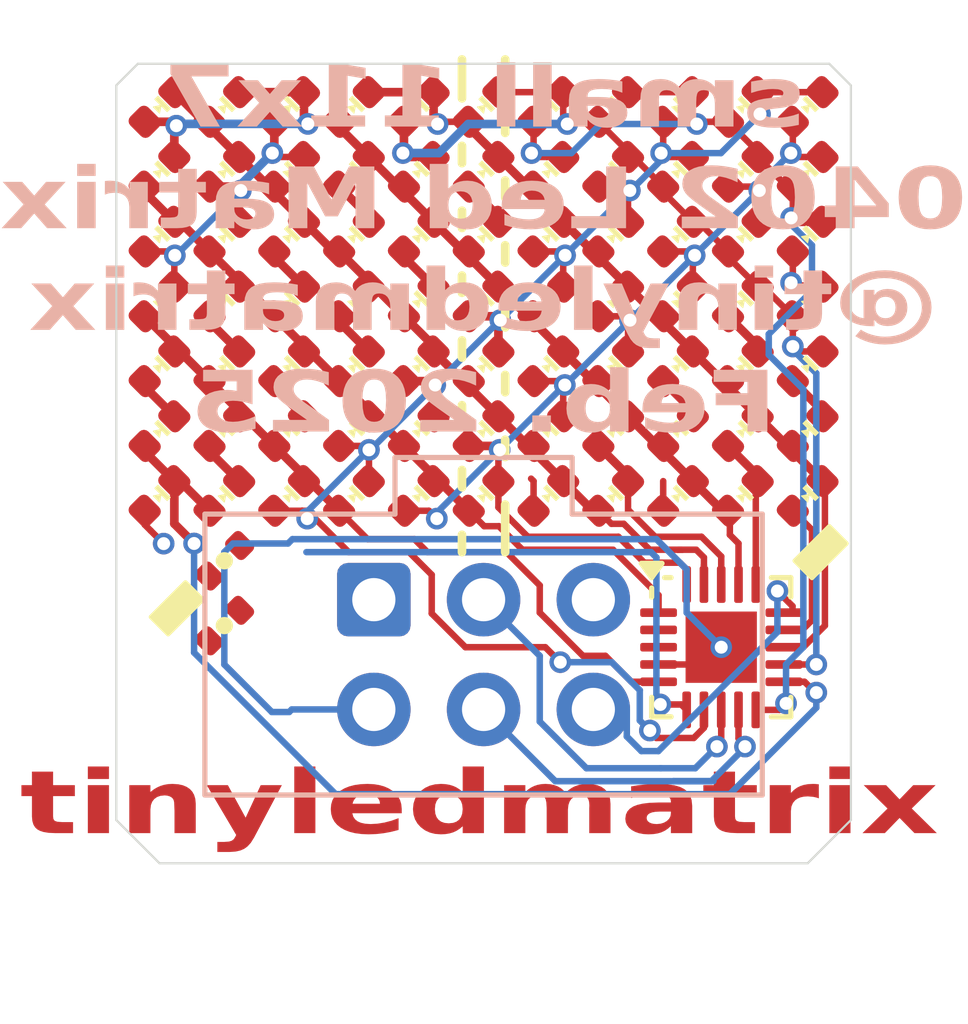
<source format=kicad_pcb>
(kicad_pcb (version 20240108) (generator "pcbnew") (generator_version "8.0")
  (layers (0 "F.Cu" signal) (31 "B.Cu" signal) (34 "B.Paste" user) (35 "F.Paste" user) (36 "B.SilkS" user "B.Silkscreen") (37 "F.SilkS" user "F.Silkscreen") (38 "B.Mask" user) (39 "F.Mask" user) (44 "Edge.Cuts" user))
  (net 0 "")
  (net 1 "GND")
  (net 2 "+3.3V")
  (net 3 "/LED-Matrix/2")
  (net 4 "/LED-Matrix/1")
  (net 5 "/LED-Matrix/3")
  (net 6 "/LED-Matrix/4")
  (net 7 "/LED-Matrix/5")
  (net 8 "/LED-Matrix/6")
  (net 9 "/LED-Matrix/7")
  (net 10 "/LED-Matrix/8")
  (net 11 "/LED-Matrix/A")
  (net 12 "/LED-Matrix/C")
  (net 13 "/LED-Matrix/E")
  (net 14 "/LED-Matrix/F")
  (net 15 "/IO1")
  (net 16 "/SCL")
  (net 17 "/IO0")
  (net 18 "/SDA")
  (net 19 "/MCU/A2")
  (net 20 "/MCU/A1")
  (net 21 "/LED-Matrix/D")
  (footprint "dipolMods:LED_0402_1005Metric_min" (layer "F.Cu") (at 76.5 119.5 -135)
    (property "Reference" "D59" (hide yes))
    (property "Value" "LED")
  )
  (footprint "dipolMods:LED_0402_1005Metric_min" (layer "F.Cu") (at 75 119.5 -135)
    (property "Reference" "D45" (hide yes))
    (property "Value" "LED")
  )
  (footprint "dipolMods:LED_0402_1005Metric_min" (layer "F.Cu") (at 76.5 122.5 -135)
    (property "Reference" "D61" (hide yes))
    (property "Value" "LED")
  )
  (footprint "dipolMods:LED_0402_1005Metric_min" (layer "F.Cu") (at 84 119.5 -135)
    (property "Reference" "D129" (hide yes))
    (property "Value" "LED")
  )
  (footprint "dipolMods:LED_0402_1005Metric_min" (layer "F.Cu") (at 72 116.5 -135)
    (property "Reference" "D15" (hide yes))
    (property "Value" "LED")
  )
  (footprint "dipolMods:LED_0402_1005Metric_min" (layer "F.Cu") (at 73.5 122.5 -135)
    (property "Reference" "D33" (hide yes))
    (property "Value" "LED")
  )
  (footprint "dipolMods:LED_0402_1005Metric_min" (layer "F.Cu") (at 81 122.5 -135)
    (property "Reference" "D103" (hide yes))
    (property "Value" "LED")
  )
  (footprint "dipolMods:LED_0402_1005Metric_min" (layer "F.Cu") (at 81 116.5 -135)
    (property "Reference" "D99" (hide yes))
    (property "Value" "LED")
  )
  (footprint "dipolMods:LED_0402_1005Metric_min" (layer "F.Cu") (at 75 124 -135)
    (property "Reference" "D48" (hide yes))
    (property "Value" "LED")
  )
  (footprint "dipolMods:LED_0402_1005Metric_min" (layer "F.Cu") (at 79.5 125.5 -135)
    (property "Reference" "D91" (hide yes))
    (property "Value" "LED")
  )
  (footprint "dipolMods:LED_0402_1005Metric_min" (layer "F.Cu") (at 72 125.5 -135)
    (property "Reference" "D21" (hide yes))
    (property "Value" "LED")
  )
  (footprint "dipolMods:LED_0402_1005Metric_min" (layer "F.Cu") (at 81 121 -135)
    (property "Reference" "D102" (hide yes))
    (property "Value" "LED")
  )
  (footprint "dipolMods:LED_0402_1005Metric_min" (layer "F.Cu") (at 82.5 116.5 -135)
    (property "Reference" "D113" (hide yes))
    (property "Value" "LED")
  )
  (footprint "dipolMods:LED_0402_1005Metric_min" (layer "F.Cu") (at 70.5 119.5 -135)
    (property "Reference" "D3" (hide yes))
    (property "Value" "LED")
  )
  (footprint "dipolMods:LED_0402_1005Metric_min" (layer "F.Cu") (at 72 124 -135)
    (property "Reference" "D20" (hide yes))
    (property "Value" "LED")
  )
  (footprint "dipolMods:LED_0402_1005Metric_min" (layer "F.Cu") (at 85.5 122.5 -135)
    (property "Reference" "D145" (hide yes))
    (property "Value" "LED")
  )
  (footprint "dipolMods:LED_0402_1005Metric_min" (layer "F.Cu") (at 75 118 -135)
    (property "Reference" "D44" (hide yes))
    (property "Value" "LED")
  )
  (footprint "dipolMods:LED_0402_1005Metric_min" (layer "F.Cu") (at 81 118 -135)
    (property "Reference" "D100" (hide yes))
    (property "Value" "LED")
  )
  (footprint "dipolMods:LED_0402_1005Metric_min" (layer "F.Cu") (at 73.5 116.5 -135)
    (property "Reference" "D29" (hide yes))
    (property "Value" "LED")
  )
  (footprint "dipolMods:LED_0402_1005Metric_min" (layer "F.Cu") (at 85.5 116.5 -135)
    (property "Reference" "D141" (hide yes))
    (property "Value" "LED")
  )
  (footprint "dipolMods:LED_0402_1005Metric_min" (layer "F.Cu") (at 78 125.5 -135)
    (property "Reference" "D77" (hide yes))
    (property "Value" "LED")
  )
  (footprint "dipolMods:LED_0402_1005Metric_min" (layer "F.Cu") (at 76.5 125.5 -135)
    (property "Reference" "D63" (hide yes))
    (property "Value" "LED")
  )
  (footprint "dipolMods:LED_0402_1005Metric_min" (layer "F.Cu") (at 79.5 119.5 -135)
    (property "Reference" "D87" (hide yes))
    (property "Value" "LED")
  )
  (footprint "dipolMods:LED_0402_1005Metric_min" (layer "F.Cu") (at 75 121 -135)
    (property "Reference" "D46" (hide yes))
    (property "Value" "LED")
  )
  (footprint "dipolMods:LED_0402_1005Metric_min" (layer "F.Cu") (at 81 124 -135)
    (property "Reference" "D104" (hide yes))
    (property "Value" "LED")
  )
  (footprint "dipolMods:LED_0402_1005Metric_min" (layer "F.Cu") (at 78 124 -135)
    (property "Reference" "D76" (hide yes))
    (property "Value" "LED")
  )
  (footprint "dipolMods:LED_0402_1005Metric_min" (layer "F.Cu") (at 78 118 -135)
    (property "Reference" "D72" (hide yes))
    (property "Value" "LED")
  )
  (footprint "dipolMods:LED_0402_1005Metric_min" (layer "F.Cu") (at 73.5 124 -135)
    (property "Reference" "D34" (hide yes))
    (property "Value" "LED")
  )
  (footprint "dipolMods:LED_0402_1005Metric_min" (layer "F.Cu") (at 79.5 122.5 -135)
    (property "Reference" "D89" (hide yes))
    (property "Value" "LED")
  )
  (footprint "dipolMods:LED_0402_1005Metric_min" (layer "F.Cu") (at 72 122.5 -135)
    (property "Reference" "D19" (hide yes))
    (property "Value" "LED")
  )
  (footprint "dipolMods:LED_0402_1005Metric_min" (layer "F.Cu") (at 85.5 124 -135)
    (property "Reference" "D146" (hide yes))
    (property "Value" "LED")
  )
  (footprint "dipolMods:LED_0402_1005Metric_min" (layer "F.Cu") (at 70.5 121 -135)
    (property "Reference" "D4" (hide yes))
    (property "Value" "LED")
  )
  (footprint "dipolMods:LED_0402_1005Metric_min" (layer "F.Cu") (at 75 116.5 -135)
    (property "Reference" "D43" (hide yes))
    (property "Value" "LED")
  )
  (footprint "dipolMods:LED_0402_1005Metric_min" (layer "F.Cu") (at 84 124 -135)
    (property "Reference" "D132" (hide yes))
    (property "Value" "LED")
  )
  (footprint "dipolMods:LED_0402_1005Metric_min" (layer "F.Cu") (at 70.5 124 -135)
    (property "Reference" "D6" (hide yes))
    (property "Value" "LED")
  )
  (footprint "dipolMods:LED_0402_1005Metric_min" (layer "F.Cu") (at 84 125.5 -135)
    (property "Reference" "D133" (hide yes))
    (property "Value" "LED")
  )
  (footprint "dipolMods:LED_0402_1005Metric_min" (layer "F.Cu") (at 75 125.5 -135)
    (property "Reference" "D49" (hide yes))
    (property "Value" "LED")
  )
  (footprint "dipolMods:LED_0402_1005Metric_min" (layer "F.Cu") (at 76.5 124 -135)
    (property "Reference" "D62" (hide yes))
    (property "Value" "LED")
  )
  (footprint "dipolMods:LED_0402_1005Metric_min" (layer "F.Cu") (at 73.5 118 -135)
    (property "Reference" "D30" (hide yes))
    (property "Value" "LED")
  )
  (footprint "dipolMods:LED_0402_1005Metric_min" (layer "F.Cu") (at 70.5 125.5 -135)
    (property "Reference" "D7" (hide yes))
    (property "Value" "LED")
  )
  (footprint "dipolMods:LED_0402_1005Metric_min" (layer "F.Cu") (at 72 118 -135)
    (property "Reference" "D16" (hide yes))
    (property "Value" "LED")
  )
  (footprint "dipolMods:LED_0402_1005Metric_min" (layer "F.Cu") (at 79.5 121 -135)
    (property "Reference" "D88" (hide yes))
    (property "Value" "LED")
  )
  (footprint "dipolMods:LED_0402_1005Metric_min" (layer "F.Cu") (at 85.5 121 -135)
    (property "Reference" "D144" (hide yes))
    (property "Value" "LED")
  )
  (footprint "dipolMods:C_0402_min" (layer "F.Cu") (at 72 128.5 -135)
    (property "Reference" "C1")
    (property "Value" "C")
  )
  (footprint "dipolMods:LED_0402_1005Metric_min" (layer "F.Cu") (at 70.5 116.5 -135)
    (property "Reference" "D1" (hide yes))
    (property "Value" "LED")
  )
  (footprint "dipolMods:LED_0402_1005Metric_min" (layer "F.Cu") (at 82.5 124 -135)
    (property "Reference" "D118" (hide yes))
    (property "Value" "LED")
  )
  (footprint "dipolMods:LED_0402_1005Metric_min" (layer "F.Cu") (at 75 122.5 -135)
    (property "Reference" "D47" (hide yes))
    (property "Value" "LED")
  )
  (footprint "dipolMods:LED_0402_1005Metric_min" (layer "F.Cu") (at 82.5 121 -135)
    (property "Reference" "D116" (hide yes))
    (property "Value" "LED")
  )
  (footprint "dipolMods:LED_0402_1005Metric_min" (layer "F.Cu") (at 72 119.5 -135)
    (property "Reference" "D17" (hide yes))
    (property "Value" "LED")
  )
  (footprint "dipolMods:LED_0402_1005Metric_min" (layer "F.Cu") (at 84 121 -135)
    (property "Reference" "D130" (hide yes))
    (property "Value" "LED")
  )
  (footprint "dipolMods:LED_0402_1005Metric_min" (layer "F.Cu") (at 82.5 122.5 -135)
    (property "Reference" "D117" (hide yes))
    (property "Value" "LED")
  )
  (footprint "dipolMods:LED_0402_1005Metric_min" (layer "F.Cu") (at 82.5 119.5 -135)
    (property "Reference" "D115" (hide yes))
    (property "Value" "LED")
  )
  (footprint "dipolMods:LED_0402_1005Metric_min" (layer "F.Cu") (at 72 121 -135)
    (property "Reference" "D18" (hide yes))
    (property "Value" "LED")
  )
  (footprint "dipolMods:LED_0402_1005Metric_min" (layer "F.Cu") (at 73.5 121 -135)
    (property "Reference" "D32" (hide yes))
    (property "Value" "LED")
  )
  (footprint "dipolMods:LED_0402_1005Metric_min" (layer "F.Cu") (at 81 119.5 -135)
    (property "Reference" "D101" (hide yes))
    (property "Value" "LED")
  )
  (footprint "dipolMods:LED_0402_1005Metric_min" (layer "F.Cu") (at 82.5 125.5 -135)
    (property "Reference" "D119" (hide yes))
    (property "Value" "LED")
  )
  (footprint "dipolMods:LED_0402_1005Metric_min" (layer "F.Cu") (at 79.5 118 -135)
    (property "Reference" "D86" (hide yes))
    (property "Value" "LED")
  )
  (footprint "dipolMods:LED_0402_1005Metric_min" (layer "F.Cu") (at 79.5 124 -135)
    (property "Reference" "D90" (hide yes))
    (property "Value" "LED")
  )
  (footprint "dipolMods:LED_0402_1005Metric_min" (layer "F.Cu") (at 85.5 119.5 -135)
    (property "Reference" "D143" (hide yes))
    (property "Value" "LED")
  )
  (footprint "dipolMods:LED_0402_1005Metric_min" (layer "F.Cu") (at 78 122.5 -135)
    (property "Reference" "D75" (hide yes))
    (property "Value" "LED")
  )
  (footprint "dipolMods:LED_0402_1005Metric_min" (layer "F.Cu") (at 76.5 116.5 -135)
    (property "Reference" "D57" (hide yes))
    (property "Value" "LED")
  )
  (footprint "Package_DFN_QFN:QFN-20-1EP_3x3mm_P0.4mm_EP1.65x1.65mm" (layer "F.Cu") (at 83.5 129)
    (property "Reference" "U1" (hide yes))
    (property "Value" "CH32V003FxUx")
  )
  (footprint "dipolMods:LED_0402_1005Metric_min" (layer "F.Cu") (at 73.5 119.5 -135)
    (property "Reference" "D31" (hide yes))
    (property "Value" "LED")
  )
  (footprint "dipolMods:LED_0402_1005Metric_min" (layer "F.Cu") (at 76.5 118 -135)
    (property "Reference" "D58" (hide yes))
    (property "Value" "LED")
  )
  (footprint "dipolMods:LED_0402_1005Metric_min" (layer "F.Cu") (at 70.5 122.5 -135)
    (property "Reference" "D5" (hide yes))
    (property "Value" "LED")
  )
  (footprint "dipolMods:LED_0402_1005Metric_min" (layer "F.Cu") (at 82.5 118 -135)
    (property "Reference" "D114" (hide yes))
    (property "Value" "LED")
  )
  (footprint "dipolMods:LED_0402_1005Metric_min" (layer "F.Cu") (at 78 116.5 -135)
    (property "Reference" "D71" (hide yes))
    (property "Value" "LED")
  )
  (footprint "dipolMods:LED_0402_1005Metric_min" (layer "F.Cu") (at 76.5 121 -135)
    (property "Reference" "D60" (hide yes))
    (property "Value" "LED")
  )
  (footprint "dipolMods:LED_0402_1005Metric_min" (layer "F.Cu") (at 84 118 -135)
    (property "Reference" "D128" (hide yes))
    (property "Value" "LED")
  )
  (footprint "dipolMods:LED_0402_1005Metric_min" (layer "F.Cu") (at 78 119.5 -135)
    (property "Reference" "D73" (hide yes))
    (property "Value" "LED")
  )
  (footprint "dipolMods:LED_0402_1005Metric_min" (layer "F.Cu") (at 81 125.5 -135)
    (property "Reference" "D105" (hide yes))
    (property "Value" "LED")
  )
  (footprint "dipolMods:C_0402_min" (layer "F.Cu") (at 72 127 -135)
    (property "Reference" "C2")
    (property "Value" "C")
  )
  (footprint "dipolMods:LED_0402_1005Metric_min" (layer "F.Cu") (at 85.5 125.5 -135)
    (property "Reference" "D147" (hide yes))
    (property "Value" "LED")
  )
  (footprint "dipolMods:LED_0402_1005Metric_min" (layer "F.Cu") (at 79.5 116.5 -135)
    (property "Reference" "D85" (hide yes))
    (property "Value" "LED")
  )
  (footprint "dipolMods:LED_0402_1005Metric_min" (layer "F.Cu") (at 84 116.5 -135)
    (property "Reference" "D127" (hide yes))
    (property "Value" "LED")
  )
  (footprint "dipolMods:LED_0402_1005Metric_min" (layer "F.Cu") (at 70.5 118 -135)
    (property "Reference" "D2" (hide yes))
    (property "Value" "LED")
  )
  (footprint "dipolMods:LED_0402_1005Metric_min" (layer "F.Cu") (at 73.5 125.5 -135)
    (property "Reference" "D35" (hide yes))
    (property "Value" "LED")
  )
  (footprint "dipolMods:LED_0402_1005Metric_min" (layer "F.Cu") (at 78 121 -135)
    (property "Reference" "D74" (hide yes))
    (property "Value" "LED")
  )
  (footprint "dipolMods:LED_0402_1005Metric_min" (layer "F.Cu") (at 84 122.5 -135)
    (property "Reference" "D131" (hide yes))
    (property "Value" "LED")
  )
  (footprint "dipolMods:LED_0402_1005Metric_min" (layer "F.Cu") (at 85.5 118 -135)
    (property "Reference" "D142" (hide yes))
    (property "Value" "LED")
  )
  (footprint "Connector_IDC:IDC-Header_2x03_P2.54mm_Vertical" (layer "B.Cu") (at 75.46 127.9 -90)
    (property "Reference" "J1" (hide yes))
    (property "Value" "Conn_02x03_Odd_Even")
  )
  (gr_line (start 78.5 126.8) (end 78.5 125.7) (stroke (width 0.2)) (layer "F.SilkS"))
  (gr_line (start 78.5 120.1) (end 78.5 119.7) (stroke (width 0.2)) (layer "F.SilkS"))
  (gr_line (start 78.5 121.6) (end 78.5 121.2) (stroke (width 0.2)) (layer "F.SilkS"))
  (gr_line (start 77.5 116.3) (end 77.5 115.4) (stroke (width 0.2)) (layer "F.SilkS"))
  (gr_line (start 78.5 118.6) (end 78.5 118.2) (stroke (width 0.2)) (layer "F.SilkS"))
  (gr_line (start 77.5 122.3) (end 77.5 121.9) (stroke (width 0.2)) (layer "F.SilkS"))
  (gr_line (start 78.5 115.6) (end 78.5 115.4) (stroke (width 0.2)) (layer "F.SilkS"))
  (gr_line (start 77.5 117.8) (end 77.5 117.4) (stroke (width 0.2)) (layer "F.SilkS"))
  (gr_line (start 77.5 123.8) (end 77.5 123.4) (stroke (width 0.2)) (layer "F.SilkS"))
  (gr_line (start 77.5 126.8) (end 77.5 126.4) (stroke (width 0.2)) (layer "F.SilkS"))
  (gr_line (start 78.5 123.1) (end 78.5 122.7) (stroke (width 0.2)) (layer "F.SilkS"))
  (gr_line (start 78.5 124.6) (end 78.5 124.2) (stroke (width 0.2)) (layer "F.SilkS"))
  (gr_poly (pts (xy 86 126.2) (xy 85.2 127) (xy 85.6 127.4) (xy 86.4 126.6)) (stroke (width 0.1)) (fill solid) (layer "F.SilkS"))
  (gr_line (start 78.5 117.1) (end 78.5 116.7) (stroke (width 0.2)) (layer "F.SilkS"))
  (gr_line (start 77.5 119.3) (end 77.5 118.9) (stroke (width 0.2)) (layer "F.SilkS"))
  (gr_line (start 77.5 120.8) (end 77.5 120.4) (stroke (width 0.2)) (layer "F.SilkS"))
  (gr_line (start 77.5 125.3) (end 77.5 124.9) (stroke (width 0.2)) (layer "F.SilkS"))
  (gr_poly (pts (xy 71.1 127.5) (xy 70.3 128.3) (xy 70.7 128.7) (xy 71.5 127.9)) (stroke (width 0.1)) (fill solid) (layer "F.SilkS"))
  (gr_line (start 70.5 134) (end 85.5 134) (stroke (width 0.05)) (layer "Edge.Cuts"))
  (gr_line (start 69.5 116) (end 69.5 133) (stroke (width 0.05)) (layer "Edge.Cuts"))
  (gr_line (start 85.5 134) (end 86.5 133) (stroke (width 0.05)) (layer "Edge.Cuts"))
  (gr_line (start 70.5 134) (end 69.5 133) (stroke (width 0.05)) (layer "Edge.Cuts"))
  (gr_line (start 86 115.5) (end 86.5 116) (stroke (width 0.05)) (layer "Edge.Cuts"))
  (gr_line (start 70 115.5) (end 69.5 116) (stroke (width 0.05)) (layer "Edge.Cuts"))
  (gr_line (start 86 115.5) (end 70 115.5) (stroke (width 0.05)) (layer "Edge.Cuts"))
  (gr_line (start 86.5 133) (end 86.5 116) (stroke (width 0.05)) (layer "Edge.Cuts"))
  (gr_text "tinyledmatrix" (at 77.9 132.7 0) (layer "F.Cu") (effects (font (size 1.45 2) (thickness 0.29) (bold yes))))
  (gr_text "small 11x7\n0402 Led Matrix\n@tinyledmatrix\nFeb. 2025" (at 78 119.9 0) (layer "B.SilkS") (effects (font (size 1.4 1.75) (thickness 0.25) (bold yes)) (justify mirror)))
  (segment (start 83.3 129.4) (end 83.7 129) (width 0.15) (layer "F.Cu") (net 1))
  (segment (start 82.25 129.4) (end 83.3 129.4) (width 0.15) (layer "F.Cu") (net 1))
  (segment (start 83.3 128.6) (end 83.7 129) (width 0.15) (layer "F.Cu") (net 1))
  (via (at 83.5 129) (size 0.5) (drill 0.3) (layers "F.Cu" "B.Cu") (net 1))
  (segment (start 72 126.8) (end 72 129.4) (width 0.15) (layer "B.Cu") (net 1))
  (segment (start 73.575736 126.5) (end 73.475736 126.6) (width 0.15) (layer "B.Cu") (net 1))
  (segment (start 73.475736 126.6) (end 72.2 126.6) (width 0.15) (layer "B.Cu") (net 1))
  (segment (start 72 129.4) (end 73.1 130.5) (width 0.15) (layer "B.Cu") (net 1))
  (segment (start 73.56 130.44) (end 75.46 130.44) (width 0.15) (layer "B.Cu") (net 1))
  (segment (start 82.7 128.2) (end 82.7 127.2) (width 0.15) (layer "B.Cu") (net 1))
  (segment (start 82.7 127.2) (end 82 126.5) (width 0.15) (layer "B.Cu") (net 1))
  (segment (start 73.1 130.5) (end 73.5 130.5) (width 0.15) (layer "B.Cu") (net 1))
  (segment (start 83.5 129) (end 82.7 128.2) (width 0.15) (layer "B.Cu") (net 1))
  (segment (start 72.2 126.6) (end 72 126.8) (width 0.15) (layer "B.Cu") (net 1))
  (segment (start 73.5 130.5) (end 73.56 130.44) (width 0.15) (layer "B.Cu") (net 1))
  (segment (start 82 126.5) (end 73.575736 126.5) (width 0.15) (layer "B.Cu") (net 1))
  (segment (start 82.575 130.325) (end 82.7 130.45) (width 0.15) (layer "F.Cu") (net 2))
  (segment (start 71.746447 127.253553) (end 71.792894 127.3) (width 0.15) (layer "F.Cu") (net 2))
  (segment (start 82.09 130.325) (end 82.575 130.325) (width 0.15) (layer "F.Cu") (net 2))
  (segment (start 74.96 127.4) (end 75.46 127.9) (width 0.15) (layer "F.Cu") (net 2))
  (via (at 82.09 130.325) (size 0.5) (drill 0.3) (layers "F.Cu" "B.Cu") (net 2))
  (segment (start 82.09 130.325) (end 82 130.235) (width 0.15) (layer "B.Cu") (net 2))
  (segment (start 82 130.235) (end 82 126.924264) (width 0.15) (layer "B.Cu") (net 2))
  (segment (start 81.875736 126.8) (end 73.9 126.8) (width 0.15) (layer "B.Cu") (net 2))
  (segment (start 82 126.924264) (end 81.875736 126.8) (width 0.15) (layer "B.Cu") (net 2))
  (segment (start 76.157053 118.342947) (end 76.028841 118.342947) (width 0.2) (layer "F.Cu") (net 3))
  (segment (start 76.157053 118.471159) (end 76.842947 119.157053) (width 0.2) (layer "F.Cu") (net 3))
  (segment (start 78.342947 120.657053) (end 83.528841 125.842947) (width 0.2) (layer "F.Cu") (net 3))
  (segment (start 73.842947 116.157053) (end 73.842947 116.802176) (width 0.2) (layer "F.Cu") (net 3))
  (segment (start 74.657053 116.971159) (end 74.657053 116.842947) (width 0.2) (layer "F.Cu") (net 3))
  (segment (start 70.157053 116.842947) (end 70.157053 116.971159) (width 0.2) (layer "F.Cu") (net 3))
  (segment (start 78.342947 120.657053) (end 76.842947 119.157053) (width 0.2) (layer "F.Cu") (net 3))
  (segment (start 83.528841 125.842947) (end 83.657053 125.842947) (width 0.2) (layer "F.Cu") (net 3))
  (segment (start 73.981294 116.842947) (end 73.932506 116.891735) (width 0.15) (layer "F.Cu") (net 3))
  (segment (start 83.7 125.885894) (end 83.657053 125.842947) (width 0.15) (layer "F.Cu") (net 3))
  (segment (start 75.342947 117.657053) (end 74.657053 116.971159) (width 0.2) (layer "F.Cu") (net 3))
  (segment (start 70.842947 116.979172) (end 70.889441 116.932678) (width 0.2) (layer "F.Cu") (net 3))
  (segment (start 70.842947 117.657053) (end 70.842947 116.979172) (width 0.2) (layer "F.Cu") (net 3))
  (segment (start 76.157053 118.342947) (end 76.157053 118.471159) (width 0.2) (layer "F.Cu") (net 3))
  (segment (start 70.79971 116.842947) (end 70.889441 116.932678) (width 0.2) (layer "F.Cu") (net 3))
  (segment (start 73.842947 116.802176) (end 73.932506 116.891735) (width 0.2) (layer "F.Cu") (net 3))
  (segment (start 76.028841 118.342947) (end 75.342947 117.657053) (width 0.2) (layer "F.Cu") (net 3))
  (segment (start 83.7 126.4) (end 83.7 125.885894) (width 0.15) (layer "F.Cu") (net 3))
  (segment (start 83.9 127.55) (end 83.9 126.6) (width 0.15) (layer "F.Cu") (net 3))
  (segment (start 70.157053 116.842947) (end 70.79971 116.842947) (width 0.2) (layer "F.Cu") (net 3))
  (segment (start 74.657053 116.842947) (end 73.981294 116.842947) (width 0.15) (layer "F.Cu") (net 3))
  (segment (start 83.9 126.6) (end 83.7 126.4) (width 0.15) (layer "F.Cu") (net 3))
  (segment (start 73.842947 116.157053) (end 72.342947 116.157053) (width 0.2) (layer "F.Cu") (net 3))
  (via (at 70.889441 116.932678) (size 0.5) (drill 0.3) (layers "F.Cu" "B.Cu") (net 3))
  (via (at 73.932506 116.891735) (size 0.5) (drill 0.3) (layers "F.Cu" "B.Cu") (net 3))
  (segment (start 70.889441 116.932678) (end 70.930384 116.891735) (width 0.2) (layer "B.Cu") (net 3))
  (segment (start 70.930384 116.891735) (end 73.932506 116.891735) (width 0.2) (layer "B.Cu") (net 3))
  (segment (start 83.1 126.924264) (end 83.1 127.55) (width 0.15) (layer "F.Cu") (net 4))
  (segment (start 82.5 126.744611) (end 82.6 126.744611) (width 0.15) (layer "F.Cu") (net 4))
  (segment (start 78.342947 123.657053) (end 76.842947 122.157053) (width 0.2) (layer "F.Cu") (net 4))
  (segment (start 78.342947 123.657053) (end 80.528841 125.842947) (width 0.2) (layer "F.Cu") (net 4))
  (segment (start 70.842947 116.157053) (end 74.528841 119.842947) (width 0.2) (layer "F.Cu") (net 4))
  (segment (start 80.528841 125.842947) (end 80.657053 125.842947) (width 0.2) (layer "F.Cu") (net 4))
  (segment (start 74.657053 119.842947) (end 76.842947 122.028841) (width 0.2) (layer "F.Cu") (net 4))
  (segment (start 83.1 127.55) (end 83.1 127.1) (width 0.15) (layer "F.Cu") (net 4))
  (segment (start 80.958717 126.144611) (end 80.657053 125.842947) (width 0.15) (layer "F.Cu") (net 4))
  (segment (start 82.5 126.744611) (end 82.920347 126.744611) (width 0.15) (layer "F.Cu") (net 4))
  (segment (start 81.244611 126.144611) (end 80.958717 126.144611) (width 0.15) (layer "F.Cu") (net 4))
  (segment (start 82.920347 126.744611) (end 83.1 126.924264) (width 0.15) (layer "F.Cu") (net 4))
  (segment (start 76.842947 122.028841) (end 76.842947 122.157053) (width 0.2) (layer "F.Cu") (net 4))
  (segment (start 81.844611 126.744611) (end 81.244611 126.144611) (width 0.15) (layer "F.Cu") (net 4))
  (segment (start 82.5 126.744611) (end 81.844611 126.744611) (width 0.15) (layer "F.Cu") (net 4))
  (segment (start 74.528841 119.842947) (end 74.657053 119.842947) (width 0.2) (layer "F.Cu") (net 4))
  (segment (start 82.05 127.798528) (end 82.05 128.2) (width 0.15) (layer "F.Cu") (net 5))
  (segment (start 80.996083 126.744611) (end 82.05 127.798528) (width 0.15) (layer "F.Cu") (net 5))
  (segment (start 76.971159 125.157053) (end 77.657053 125.842947) (width 0.2) (layer "F.Cu") (net 5))
  (segment (start 71.657053 119.842947) (end 76.842947 125.028841) (width 0.2) (layer "F.Cu") (net 5))
  (segment (start 76.842947 125.157053) (end 76.971159 125.157053) (width 0.2) (layer "F.Cu") (net 5))
  (segment (start 78.35445 126.2) (end 78.014106 126.2) (width 0.15) (layer "F.Cu") (net 5))
  (segment (start 78.014106 126.2) (end 77.657053 125.842947) (width 0.15) (layer "F.Cu") (net 5))
  (segment (start 70.842947 119.157053) (end 70.971159 119.157053) (width 0.2) (layer "F.Cu") (net 5))
  (segment (start 76.842947 125.028841) (end 76.842947 125.157053) (width 0.2) (layer "F.Cu") (net 5))
  (segment (start 70.157053 118.471159) (end 70.842947 119.157053) (width 0.2) (layer "F.Cu") (net 5))
  (segment (start 78.899061 126.744611) (end 80.996083 126.744611) (width 0.15) (layer "F.Cu") (net 5))
  (segment (start 78.877225 126.722775) (end 78.35445 126.2) (width 0.15) (layer "F.Cu") (net 5))
  (segment (start 78.877225 126.722775) (end 78.899061 126.744611) (width 0.15) (layer "F.Cu") (net 5))
  (segment (start 70.157053 118.342947) (end 70.157053 118.471159) (width 0.2) (layer "F.Cu") (net 5))
  (segment (start 70.971159 119.157053) (end 71.657053 119.842947) (width 0.2) (layer "F.Cu") (net 5))
  (segment (start 72.342947 118.471608) (end 72.381376 118.433179) (width 0.15) (layer "F.Cu") (net 6))
  (segment (start 78.342947 117.657053) (end 85.842947 125.157053) (width 0.2) (layer "F.Cu") (net 6))
  (segment (start 70.842947 119.945429) (end 70.854702 119.933674) (width 0.15) (layer "F.Cu") (net 6))
  (segment (start 70.157053 119.842947) (end 70.763975 119.842947) (width 0.15) (layer "F.Cu") (net 6))
  (segment (start 71.657053 118.342947) (end 72.291144 118.342947) (width 0.2) (layer "F.Cu") (net 6))
  (segment (start 73.157053 116.842947) (end 73.157053 117.521642) (width 0.2) (layer "F.Cu") (net 6))
  (segment (start 73.157053 116.842947) (end 73.157053 116.971159) (width 0.2) (layer "F.Cu") (net 6))
  (segment (start 72.342947 119.157053) (end 72.342947 118.471608) (width 0.15) (layer "F.Cu") (net 6))
  (segment (start 76.987257 116.842947) (end 76.935689 116.894515) (width 0.15) (layer "F.Cu") (net 6))
  (segment (start 71.657053 118.342947) (end 71.657053 118.471159) (width 0.2) (layer "F.Cu") (net 6))
  (segment (start 72.291144 118.342947) (end 72.381376 118.433179) (width 0.2) (layer "F.Cu") (net 6))
  (segment (start 76.842947 116.157053) (end 76.842947 116.801773) (width 0.2) (layer "F.Cu") (net 6))
  (segment (start 70.842947 120.657053) (end 70.842947 119.945429) (width 0.15) (layer "F.Cu") (net 6))
  (segment (start 70.763975 119.842947) (end 70.854702 119.933674) (width 0.15) (layer "F.Cu") (net 6))
  (segment (start 85.9 125.214106) (end 85.842947 125.157053) (width 0.15) (layer "F.Cu") (net 6))
  (segment (start 85.399264 129) (end 85.9 128.499264) (width 0.15) (layer "F.Cu") (net 6))
  (segment (start 73.20123 117.657053) (end 73.111436 117.567259) (width 0.15) (layer "F.Cu") (net 6))
  (segment (start 76.842947 116.801773) (end 76.935689 116.894515) (width 0.2) (layer "F.Cu") (net 6))
  (segment (start 78.342947 117.657053) (end 77.657053 116.971159) (width 0.2) (layer "F.Cu") (net 6))
  (segment (start 77.657053 116.971159) (end 77.657053 116.842947) (width 0.2) (layer "F.Cu") (net 6))
  (segment (start 77.657053 116.842947) (end 76.987257 116.842947) (width 0.15) (layer "F.Cu") (net 6))
  (segment (start 85.9 128.499264) (end 85.9 125.214106) (width 0.15) (layer "F.Cu") (net 6))
  (segment (start 84.95 129) (end 85.399264 129) (width 0.15) (layer "F.Cu") (net 6))
  (segment (start 73.842947 117.657053) (end 73.20123 117.657053) (width 0.15) (layer "F.Cu") (net 6))
  (segment (start 75.342947 116.157053) (end 76.842947 116.157053) (width 0.2) (layer "F.Cu") (net 6))
  (segment (start 73.157053 117.521642) (end 73.111436 117.567259) (width 0.2) (layer "F.Cu") (net 6))
  (via (at 73.111436 117.567259) (size 0.5) (drill 0.3) (layers "F.Cu" "B.Cu") (net 6))
  (via (at 70.854702 119.933674) (size 0.5) (drill 0.3) (layers "F.Cu" "B.Cu") (net 6))
  (via (at 76.935689 116.894515) (size 0.5) (drill 0.3) (layers "F.Cu" "B.Cu") (net 6))
  (via (at 72.381376 118.433179) (size 0.5) (drill 0.3) (layers "F.Cu" "B.Cu") (net 6))
  (segment (start 70.854702 119.933674) (end 70.880881 119.933674) (width 0.15) (layer "B.Cu") (net 6))
  (segment (start 72.381376 118.297319) (end 73.111436 117.567259) (width 0.2) (layer "B.Cu") (net 6))
  (segment (start 70.880881 119.933674) (end 72.381376 118.433179) (width 0.15) (layer "B.Cu") (net 6))
  (segment (start 72.381376 118.433179) (end 72.381376 118.297319) (width 0.2) (layer "B.Cu") (net 6))
  (segment (start 81.42028 129.8) (end 80.82028 129.2) (width 0.15) (layer "F.Cu") (net 7))
  (segment (start 80.82028 129.2) (end 80.3 129.2) (width 0.15) (layer "F.Cu") (net 7))
  (segment (start 76.4 126.5) (end 75.314106 126.5) (width 0.15) (layer "F.Cu") (net 7))
  (segment (start 70.842947 122.157053) (end 70.971159 122.157053) (width 0.2) (layer "F.Cu") (net 7))
  (segment (start 80.3 129.2) (end 79.3 128.2) (width 0.15) (layer "F.Cu") (net 7))
  (segment (start 78.530186 126.8) (end 76.7 126.8) (width 0.15) (layer "F.Cu") (net 7))
  (segment (start 82.05 129.8) (end 81.42028 129.8) (width 0.15) (layer "F.Cu") (net 7))
  (segment (start 70.157053 121.342947) (end 74.657053 125.842947) (width 0.2) (layer "F.Cu") (net 7))
  (segment (start 79.3 128.2) (end 79.3 127.569814) (width 0.15) (layer "F.Cu") (net 7))
  (segment (start 75.314106 126.5) (end 74.657053 125.842947) (width 0.15) (layer "F.Cu") (net 7))
  (segment (start 76.7 126.8) (end 76.4 126.5) (width 0.15) (layer "F.Cu") (net 7))
  (segment (start 79.3 127.569814) (end 78.530186 126.8) (width 0.15) (layer "F.Cu") (net 7))
  (segment (start 70.971159 122.157053) (end 71.657053 122.842947) (width 0.2) (layer "F.Cu") (net 7))
  (segment (start 85.271159 122.157053) (end 85.842947 122.157053) (width 0.15) (layer "F.Cu") (net 8))
  (segment (start 79.971159 116.157053) (end 79.842947 116.157053) (width 0.15) (layer "F.Cu") (net 8))
  (segment (start 76.842947 117.657053) (end 76.224156 117.657053) (width 0.2) (layer "F.Cu") (net 8))
  (segment (start 81.471159 117.657053) (end 82.157053 118.342947) (width 0.15) (layer "F.Cu") (net 8))
  (segment (start 73.157053 119.842947) (end 73.157053 119.971159) (width 0.2) (layer "F.Cu") (net 8))
  (segment (start 83.657053 119.971159) (end 84.342947 120.657053) (width 0.15) (layer "F.Cu") (net 8))
  (segment (start 84.95 129.4) (end 85.7 129.4) (width 0.15) (layer "F.Cu") (net 8))
  (segment (start 76.224156 117.657053) (end 76.13343 117.566327) (width 0.2) (layer "F.Cu") (net 8))
  (segment (start 85.157053 122.042947) (end 85.157053 121.342947) (width 0.15) (layer "F.Cu") (net 8))
  (segment (start 83.657053 119.842947) (end 83.657053 119.971159) (width 0.15) (layer "F.Cu") (net 8))
  (segment (start 76.157053 117.542704) (end 76.13343 117.566327) (width 0.2) (layer "F.Cu") (net 8))
  (segment (start 82.971159 119.157053) (end 83.657053 119.842947) (width 0.15) (layer "F.Cu") (net 8))
  (segment (start 70.157053 122.842947) (end 70.157053 122.971159) (width 0.2) (layer "F.Cu") (net 8))
  (segment (start 82.157053 118.471159) (end 82.842947 119.157053) (width 0.15) (layer "F.Cu") (net 8))
  (segment (start 81.342947 117.528841) (end 80.657053 116.842947) (width 0.15) (layer "F.Cu") (net 8))
  (segment (start 71.657053 121.342947) (end 71.657053 121.471159) (width 0.2) (layer "F.Cu") (net 8))
  (segment (start 82.842947 119.157053) (end 82.971159 119.157053) (width 0.15) (layer "F.Cu") (net 8))
  (segment (start 75.342947 119.028841) (end 74.657053 118.342947) (width 0.2) (layer "F.Cu") (net 8))
  (segment (start 73.157053 119.971159) (end 73.842947 120.657053) (width 0.2) (layer "F.Cu") (net 8))
  (segment (start 75.342947 119.157053) (end 75.342947 119.028841) (width 0.2) (layer "F.Cu") (net 8))
  (segment (start 71.657053 121.471159) (end 72.342947 122.157053) (width 0.2) (layer "F.Cu") (net 8))
  (segment (start 79.842947 116.157053) (end 78.342947 116.157053) (width 0.15) (layer "F.Cu") (net 8))
  (segment (start 82.157053 118.342947) (end 82.157053 118.471159) (width 0.15) (layer "F.Cu") (net 8))
  (segment (start 76.157053 116.842947) (end 76.157053 117.542704) (width 0.2) (layer "F.Cu") (net 8))
  (segment (start 70.157053 122.971159) (end 70.842947 123.657053) (width 0.2) (layer "F.Cu") (net 8))
  (segment (start 81.342947 117.657053) (end 81.471159 117.657053) (width 0.15) (layer "F.Cu") (net 8))
  (segment (start 84.471159 120.657053) (end 85.157053 121.342947) (width 0.15) (layer "F.Cu") (net 8))
  (segment (start 85.157053 122.042947) (end 85.271159 122.157053) (width 0.15) (layer "F.Cu") (net 8))
  (segment (start 81.342947 117.657053) (end 81.342947 117.528841) (width 0.15) (layer "F.Cu") (net 8))
  (segment (start 79.842947 116.157053) (end 79.842947 116.801773) (width 0.15) (layer "F.Cu") (net 8))
  (segment (start 84.342947 120.657053) (end 84.471159 120.657053) (width 0.15) (layer "F.Cu") (net 8))
  (segment (start 79.987257 116.842947) (end 79.935689 116.894515) (width 0.15) (layer "F.Cu") (net 8))
  (segment (start 80.657053 116.842947) (end 79.987257 116.842947) (width 0.15) (layer "F.Cu") (net 8))
  (segment (start 79.842947 116.801773) (end 79.935689 116.894515) (width 0.15) (layer "F.Cu") (net 8))
  (via (at 85.157053 122.042947) (size 0.5) (drill 0.3) (layers "F.Cu" "B.Cu") (net 8))
  (via (at 79.935689 116.894515) (size 0.5) (drill 0.3) (layers "F.Cu" "B.Cu") (net 8))
  (via (at 76.13343 117.566327) (size 0.5) (drill 0.3) (layers "F.Cu" "B.Cu") (net 8))
  (via (at 85.7 129.4) (size 0.5) (drill 0.3) (layers "F.Cu" "B.Cu") (net 8))
  (segment (start 76.970984 117.566327) (end 77.642796 116.894515) (width 0.2) (layer "B.Cu") (net 8))
  (segment (start 85.7 122.661294) (end 85.7 129.4) (width 0.15) (layer "B.Cu") (net 8))
  (segment (start 77.642796 116.894515) (end 79.935689 116.894515) (width 0.2) (layer "B.Cu") (net 8))
  (segment (start 76.13343 117.566327) (end 76.970984 117.566327) (width 0.2) (layer "B.Cu") (net 8))
  (segment (start 85.106096 122.06739) (end 85.7 122.661294) (width 0.15) (layer "B.Cu") (net 8))
  (segment (start 70.971159 125.157053) (end 71.657053 125.842947) (width 0.2) (layer "F.Cu") (net 9))
  (segment (start 85.678251 130.050003) (end 85.7 130.050003) (width 0.15) (layer "F.Cu") (net 9))
  (segment (start 71.3 126.6) (end 70.842947 126.142947) (width 0.2) (layer "F.Cu") (net 9))
  (segment (start 85.464124 129.835876) (end 85.678251 130.050003) (width 0.15) (layer "F.Cu") (net 9))
  (segment (start 84.95 129.8) (end 85.428248 129.8) (width 0.15) (layer "F.Cu") (net 9))
  (segment (start 85.428248 129.8) (end 85.464124 129.835876) (width 0.15) (layer "F.Cu") (net 9))
  (segment (start 70.157053 124.342947) (end 70.157053 124.471159) (width 0.2) (layer "F.Cu") (net 9))
  (segment (start 70.842947 125.157053) (end 70.971159 125.157053) (width 0.2) (layer "F.Cu") (net 9))
  (segment (start 70.842947 126.142947) (end 70.842947 125.157053) (width 0.2) (layer "F.Cu") (net 9))
  (segment (start 70.157053 124.471159) (end 70.842947 125.157053) (width 0.2) (layer "F.Cu") (net 9))
  (via (at 85.7 130.050003) (size 0.5) (drill 0.3) (layers "F.Cu" "B.Cu") (net 9))
  (via (at 71.3 126.6) (size 0.5) (drill 0.3) (layers "F.Cu" "B.Cu") (net 9))
  (segment (start 71.3 129.124264) (end 74.575736 132.4) (width 0.15) (layer "B.Cu") (net 9))
  (segment (start 71.3 126.6) (end 71.3 129.124264) (width 0.15) (layer "B.Cu") (net 9))
  (segment (start 83.7 132.4) (end 85.7 130.4) (width 0.15) (layer "B.Cu") (net 9))
  (segment (start 74.575736 132.4) (end 83.7 132.4) (width 0.15) (layer "B.Cu") (net 9))
  (segment (start 85.7 130.4) (end 85.7 130.050003) (width 0.15) (layer "B.Cu") (net 9))
  (segment (start 76.157053 119.971159) (end 76.842947 120.657053) (width 0.2) (layer "F.Cu") (net 10))
  (segment (start 70.157053 126.164161) (end 70.296446 126.303554) (width 0.15) (layer "F.Cu") (net 10))
  (segment (start 85.157053 118.342947) (end 85.157053 119.028392) (width 0.15) (layer "F.Cu") (net 10))
  (segment (start 85.028841 118.342947) (end 84.342947 117.657053) (width 0.15) (layer "F.Cu") (net 10))
  (segment (start 82.842947 116.802825) (end 82.934376 116.894254) (width 0.15) (layer "F.Cu") (net 10))
  (segment (start 82.985683 116.842947) (end 82.934376 116.894254) (width 0.15) (layer "F.Cu") (net 10))
  (segment (start 85.157053 118.342947) (end 85.028841 118.342947) (width 0.15) (layer "F.Cu") (net 10))
  (segment (start 73.157053 122.971159) (end 73.842947 123.657053) (width 0.2) (layer "F.Cu") (net 10))
  (segment (start 83.657053 116.842947) (end 82.985683 116.842947) (width 0.15) (layer "F.Cu") (net 10))
  (segment (start 83.657053 116.971159) (end 83.657053 116.842947) (width 0.15) (layer "F.Cu") (net 10))
  (segment (start 81.342947 116.157053) (end 82.842947 116.157053) (width 0.15) (layer "F.Cu") (net 10))
  (segment (start 71.657053 124.471159) (end 72.342947 125.157053) (width 0.2) (layer "F.Cu") (net 10))
  (segment (start 71.657053 124.342947) (end 71.657053 124.471159) (width 0.2) (layer "F.Cu") (net 10))
  (segment (start 76.157053 119.842947) (end 76.157053 119.971159) (width 0.2) (layer "F.Cu") (net 10))
  (segment (start 84.342947 117.528841) (end 83.657053 116.842947) (width 0.15) (layer "F.Cu") (net 10))
  (segment (start 78.342947 119.157053) (end 78.342947 119.028841) (width 0.2) (layer "F.Cu") (net 10))
  (segment (start 73.157053 122.842947) (end 73.157053 122.971159) (width 0.2) (layer "F.Cu") (net 10))
  (segment (start 84.3 130.45) (end 84.85 130.45) (width 0.15) (layer "F.Cu") (net 10))
  (segment (start 79.199382 117.657053) (end 79.109712 117.567383) (width 0.15) (layer "F.Cu") (net 10))
  (segment (start 74.657053 121.342947) (end 74.657053 121.471159) (width 0.2) (layer "F.Cu") (net 10))
  (segment (start 84.342947 117.657053) (end 84.342947 117.528841) (width 0.15) (layer "F.Cu") (net 10))
  (segment (start 79.842947 117.657053) (end 79.199382 117.657053) (width 0.15) (layer "F.Cu") (net 10))
  (segment (start 70.296446 126.303554) (end 70.596446 126.603554) (width 0.15) (layer "F.Cu") (net 10))
  (segment (start 74.657053 121.471159) (end 75.342947 122.157053) (width 0.2) (layer "F.Cu") (net 10))
  (segment (start 84.85 130.45) (end 85 130.3) (width 0.15) (layer "F.Cu") (net 10))
  (segment (start 79.157053 117.520042) (end 79.109712 117.567383) (width 0.15) (layer "F.Cu") (net 10))
  (segment (start 85.208856 119.157053) (end 85.118624 119.066821) (width 0.2) (layer "F.Cu") (net 10))
  (segment (start 85.842947 119.157053) (end 85.208856 119.157053) (width 0.2) (layer "F.Cu") (net 10))
  (segment (start 82.842947 116.157053) (end 82.842947 116.802825) (width 0.15) (layer "F.Cu") (net 10))
  (segment (start 78.342947 119.028841) (end 77.657053 118.342947) (width 0.2) (layer "F.Cu") (net 10))
  (segment (start 70.157053 125.842947) (end 70.157053 126.164161) (width 0.15) (layer "F.Cu") (net 10))
  (segment (start 85.157053 119.028392) (end 85.118624 119.066821) (width 0.15) (layer "F.Cu") (net 10))
  (segment (start 79.157053 116.842947) (end 79.157053 117.520042) (width 0.15) (layer "F.Cu") (net 10))
  (via (at 85.118624 119.066821) (size 0.5) (drill 0.3) (layers "F.Cu" "B.Cu") (net 10))
  (via (at 70.596446 126.603554) (size 0.5) (drill 0.3) (layers "F.Cu" "B.Cu") (net 10))
  (via (at 82.934376 116.894254) (size 0.5) (drill 0.3) (layers "F.Cu" "B.Cu") (net 10))
  (via (at 79.109712 117.567383) (size 0.5) (drill 0.3) (layers "F.Cu" "B.Cu") (net 10))
  (via (at 85 130.3) (size 0.5) (drill 0.3) (layers "F.Cu" "B.Cu") (net 10))
  (segment (start 85 129.4) (end 85 130.3) (width 0.15) (layer "B.Cu") (net 10))
  (segment (start 85.4 129) (end 85 129.4) (width 0.15) (layer "B.Cu") (net 10))
  (segment (start 84.6 122.233046) (end 85.4 123.033046) (width 0.15) (layer "B.Cu") (net 10))
  (segment (start 85.1 119.2) (end 85.6 119.7) (width 0.15) (layer "B.Cu") (net 10))
  (segment (start 85.118624 119.066821) (end 85.118624 119.181376) (width 0.15) (layer "B.Cu") (net 10))
  (segment (start 85.4 123.033046) (end 85.4 129) (width 0.15) (layer "B.Cu") (net 10))
  (segment (start 80.705746 116.894254) (end 80.032617 117.567383) (width 0.15) (layer "B.Cu") (net 10))
  (segment (start 82.934376 116.894254) (end 80.705746 116.894254) (width 0.15) (layer "B.Cu") (net 10))
  (segment (start 84.6 121.75568) (end 84.6 122.233046) (width 0.15) (layer "B.Cu") (net 10))
  (segment (start 85.118624 119.181376) (end 85.1 119.2) (width 0.15) (layer "B.Cu") (net 10))
  (segment (start 80.032617 117.567383) (end 79.109712 117.567383) (width 0.15) (layer "B.Cu") (net 10))
  (segment (start 85.6 120.75568) (end 84.6 121.75568) (width 0.15) (layer "B.Cu") (net 10))
  (segment (start 85.6 119.7) (end 85.6 120.75568) (width 0.15) (layer "B.Cu") (net 10))
  (segment (start 81.295548 118.342947) (end 81.385542 118.432941) (width 0.15) (layer "F.Cu") (net 11))
  (segment (start 73.157053 125.842947) (end 73.1 125.785894) (width 0.15) (layer "F.Cu") (net 11))
  (segment (start 73.8 125.842947) (end 73.8 125.907043) (width 0.15) (layer "F.Cu") (net 11))
  (segment (start 76.8 128.22028) (end 77.57972 129) (width 0.15) (layer "F.Cu") (net 11))
  (segment (start 77.57972 129) (end 79.428248 129) (width 0.15) (layer "F.Cu") (net 11))
  (segment (start 81.848595 130.948595) (end 82 131.1) (width 0.15) (layer "F.Cu") (net 11))
  (segment (start 84.342947 116.609568) (end 84.397277 116.663898) (width 0.15) (layer "F.Cu") (net 11))
  (segment (start 82.157053 116.842947) (end 82.157053 117.520042) (width 0.15) (layer "F.Cu") (net 11))
  (segment (start 73.157053 125.842947) (end 73.8 125.842947) (width 0.15) (layer "F.Cu") (net 11))
  (segment (start 78.342947 122.157053) (end 78.342947 121.476765) (width 0.2) (layer "F.Cu") (net 11))
  (segment (start 82 131.1) (end 82.865294 131.1) (width 0.15) (layer "F.Cu") (net 11))
  (segment (start 79.796945 119.842947) (end 79.886855 119.932857) (width 0.15) (layer "F.Cu") (net 11))
  (segment (start 82.199382 117.657053) (end 82.109712 117.567383) (width 0.15) (layer "F.Cu") (net 11))
  (segment (start 76.789711 122.842947) (end 76.880012 122.933248) (width 0.2) (layer "F.Cu") (net 11))
  (segment (start 76.8 127.324264) (end 76.8 128.22028) (width 0.15) (layer "F.Cu") (net 11))
  (segment (start 73.8 125.907043) (end 73.917958 126.025001) (width 0.15) (layer "F.Cu") (net 11))
  (segment (start 82.157053 117.520042) (end 82.109712 117.567383) (width 0.15) (layer "F.Cu") (net 11))
  (segment (start 73.8 125.842947) (end 73.921661 125.842947) (width 0.15) (layer "F.Cu") (net 11))
  (segment (start 77.657053 121.342947) (end 78.296945 121.342947) (width 0.2) (layer "F.Cu") (net 11))
  (segment (start 84.342947 116.157053) (end 84.342947 116.609568) (width 0.15) (layer "F.Cu") (net 11))
  (segment (start 80.657053 118.342947) (end 81.295548 118.342947) (width 0.15) (layer "F.Cu") (net 11))
  (segment (start 75.256909 124.342947) (end 75.347463 124.433501) (width 0.15) (layer "F.Cu") (net 11))
  (segment (start 74.878714 126.8) (end 76.275736 126.8) (width 0.15) (layer "F.Cu") (net 11))
  (segment (start 75.347463 124.433501) (end 75.347463 125.152537) (width 0.15) (layer "F.Cu") (net 11))
  (segment (start 81.848595 130.928512) (end 81.848595 130.948595) (width 0.15) (layer "F.Cu") (net 11))
  (segment (start 74.657053 124.342947) (end 75.256909 124.342947) (width 0.15) (layer "F.Cu") (net 11))
  (segment (start 83.1 130.865294) (end 83.1 130.45) (width 0.15) (layer "F.Cu") (net 11))
  (segment (start 76.157053 122.842947) (end 76.789711 122.842947) (width 0.2) (layer "F.Cu") (net 11))
  (segment (start 76.842947 123.657053) (end 76.842947 122.970313) (width 0.2) (layer "F.Cu") (net 11))
  (segment (start 79.157053 119.842947) (end 79.796945 119.842947) (width 0.15) (layer "F.Cu") (net 11))
  (segment (start 76.842947 122.970313) (end 76.880012 122.933248) (width 0.2) (layer "F.Cu") (net 11))
  (segment (start 76.275736 126.8) (end 76.8 127.324264) (width 0.15) (layer "F.Cu") (net 11))
  (segment (start 78.296945 121.342947) (end 78.386855 121.432857) (width 0.2) (layer "F.Cu") (net 11))
  (segment (start 85.842947 116.157053) (end 84.342947 116.157053) (width 0.15) (layer "F.Cu") (net 11))
  (segment (start 78.342947 121.476765) (end 78.386855 121.432857) (width 0.2) (layer "F.Cu") (net 11))
  (segment (start 81.342947 119.157053) (end 81.342947 118.475536) (width 0.15) (layer "F.Cu") (net 11))
  (segment (start 79.842947 119.976765) (end 79.886855 119.932857) (width 0.15) (layer "F.Cu") (net 11))
  (segment (start 82.842947 117.657053) (end 82.199382 117.657053) (width 0.15) (layer "F.Cu") (net 11))
  (segment (start 79.842947 120.657053) (end 79.842947 119.976765) (width 0.15) (layer "F.Cu") (net 11))
  (segment (start 82.157053 116.842947) (end 82.157053 116.971159) (width 0.15) (layer "F.Cu") (net 11))
  (segment (start 76.842947 123.657053) (end 76.842947 123.528841) (width 0.2) (layer "F.Cu") (net 11))
  (segment (start 73.921661 125.842947) (end 74.878714 126.8) (width 0.15) (layer "F.Cu") (net 11))
  (segment (start 82.865294 131.1) (end 83.1 130.865294) (width 0.15) (layer "F.Cu") (net 11))
  (segment (start 75.347463 125.152537) (end 75.342947 125.157053) (width 0.15) (layer "F.Cu") (net 11))
  (segment (start 81.342947 118.475536) (end 81.385542 118.432941) (width 0.15) (layer "F.Cu") (net 11))
  (segment (start 75.342947 125.157053) (end 75.342947 125.028841) (width 0.2) (layer "F.Cu") (net 11))
  (segment (start 78.342947 122.157053) (end 78.342947 122.028841) (width 0.2) (layer "F.Cu") (net 11))
  (segment (start 79.428248 129) (end 79.774999 129.346751) (width 0.15) (layer "F.Cu") (net 11))
  (via (at 79.886855 119.932857) (size 0.5) (drill 0.3) (layers "F.Cu" "B.Cu") (net 11))
  (via (at 79.774999 129.346751) (size 0.5) (drill 0.3) (layers "F.Cu" "B.Cu") (net 11))
  (via (at 76.880012 122.933248) (size 0.5) (drill 0.3) (layers "F.Cu" "B.Cu") (net 11))
  (via (at 75.347463 124.433501) (size 0.5) (drill 0.3) (layers "F.Cu" "B.Cu") (net 11))
  (via (at 81.848595 130.928512) (size 0.5) (drill 0.3) (layers "F.Cu" "B.Cu") (net 11))
  (via (at 78.386855 121.432857) (size 0.5) (drill 0.3) (layers "F.Cu" "B.Cu") (net 11))
  (via (at 73.917958 126.025001) (size 0.5) (drill 0.3) (layers "F.Cu" "B.Cu") (net 11))
  (via (at 84.397277 116.663898) (size 0.5) (drill 0.3) (layers "F.Cu" "B.Cu") (net 11))
  (via (at 82.109712 117.567383) (size 0.5) (drill 0.3) (layers "F.Cu" "B.Cu") (net 11))
  (via (at 81.385542 118.432941) (size 0.5) (drill 0.3) (layers "F.Cu" "B.Cu") (net 11))
  (segment (start 75.379759 124.433501) (end 76.880012 122.933248) (width 0.15) (layer "B.Cu") (net 11))
  (segment (start 81.385542 118.432941) (end 81.467059 118.432941) (width 0.15) (layer "B.Cu") (net 11))
  (segment (start 76.880012 122.933248) (end 78.380403 121.432857) (width 0.15) (layer "B.Cu") (net 11))
  (segment (start 81.405607 118.432941) (end 82.109712 117.728836) (width 0.15) (layer "B.Cu") (net 11))
  (segment (start 73.917958 125.863006) (end 75.347463 124.433501) (width 0.15) (layer "B.Cu") (net 11))
  (segment (start 84.397277 116.663898) (end 83.493792 117.567383) (width 0.15) (layer "B.Cu") (net 11))
  (segment (start 80.967031 129.346751) (end 79.774999 129.346751) (width 0.15) (layer "B.Cu") (net 11))
  (segment (start 83.493792 117.567383) (end 82.109712 117.567383) (width 0.15) (layer "B.Cu") (net 11))
  (segment (start 81.615 129.99472) (end 80.967031 129.346751) (width 0.15) (layer "B.Cu") (net 11))
  (segment (start 79.886855 119.931628) (end 81.385542 118.432941) (width 0.15) (layer "B.Cu") (net 11))
  (segment (start 81.615 130.694917) (end 81.615 129.99472) (width 0.15) (layer "B.Cu") (net 11))
  (segment (start 81.848595 130.928512) (end 81.615 130.694917) (width 0.15) (layer "B.Cu") (net 11))
  (segment (start 78.386855 121.432857) (end 79.886855 119.932857) (width 0.15) (layer "B.Cu") (net 11))
  (segment (start 82.109712 117.728836) (end 82.109712 117.567383) (width 0.15) (layer "B.Cu") (net 11))
  (segment (start 75.347463 124.433501) (end 75.379759 124.433501) (width 0.15) (layer "B.Cu") (net 11))
  (segment (start 78.380403 121.432857) (end 78.386855 121.432857) (width 0.15) (layer "B.Cu") (net 11))
  (segment (start 81.385542 118.432941) (end 81.405607 118.432941) (width 0.15) (layer "B.Cu") (net 11))
  (segment (start 73.917958 126.025001) (end 73.917958 125.863006) (width 0.15) (layer "B.Cu") (net 11))
  (segment (start 79.886855 119.932857) (end 79.886855 119.931628) (width 0.15) (layer "B.Cu") (net 11))
  (segment (start 78.342947 124.462421) (end 78.371806 124.433562) (width 0.15) (layer "F.Cu") (net 12))
  (segment (start 85.842947 117.657053) (end 85.20123 117.657053) (width 0.15) (layer "F.Cu") (net 12))
  (segment (start 82.544611 127.044611) (end 81.720347 127.044611) (width 0.15) (layer "F.Cu") (net 12))
  (segment (start 82.842947 120.657053) (end 82.842947 119.975536) (width 0.15) (layer "F.Cu") (net 12))
  (segment (start 82.842947 119.975536) (end 82.885542 119.932941) (width 0.15) (layer "F.Cu") (net 12))
  (segment (start 85.157053 117.521642) (end 85.111436 117.567259) (width 0.15) (layer "F.Cu") (net 12))
  (segment (start 78.342947 125.157053) (end 78.342947 124.462421) (width 0.15) (layer "F.Cu") (net 12))
  (segment (start 76.157053 125.842947) (end 76.1 125.785894) (width 0.15) (layer "F.Cu") (net 12))
  (segment (start 84.342947 118.471608) (end 84.381376 118.433179) (width 0.15) (layer "F.Cu") (net 12))
  (segment (start 85.157053 116.842947) (end 85.157053 117.521642) (width 0.15) (layer "F.Cu") (net 12))
  (segment (start 84.342947 119.157053) (end 84.342947 118.471608) (width 0.15) (layer "F.Cu") (net 12))
  (segment (start 79.842947 122.970313) (end 79.880012 122.933248) (width 0.15) (layer "F.Cu") (net 12))
  (segment (start 76.157053 125.842947) (end 76.735904 125.842947) (width 0.15) (layer "F.Cu") (net 12))
  (segment (start 78.342947 125.764233) (end 78.342947 125.157053) (width 0.15) (layer "F.Cu") (net 12))
  (segment (start 79.023325 126.444611) (end 78.342947 125.764233) (width 0.15) (layer "F.Cu") (net 12))
  (segment (start 79.789711 122.842947) (end 79.880012 122.933248) (width 0.15) (layer "F.Cu") (net 12))
  (segment (start 78.281191 124.342947) (end 78.371806 124.433562) (width 0.2) (layer "F.Cu") (net 12))
  (segment (start 85.20123 117.657053) (end 85.111436 117.567259) (width 0.15) (layer "F.Cu") (net 12))
  (segment (start 81.120347 126.444611) (end 79.023325 126.444611) (width 0.15) (layer "F.Cu") (net 12))
  (segment (start 81.342947 121.478725) (end 81.388959 121.432713) (width 0.15) (layer "F.Cu") (net 12))
  (segment (start 79.842947 123.657053) (end 79.842947 122.970313) (width 0.15) (layer "F.Cu") (net 12))
  (segment (start 84.291144 118.342947) (end 84.381376 118.433179) (width 0.15) (layer "F.Cu") (net 12))
  (segment (start 77.657053 124.342947) (end 77.657053 124.471159) (width 0.2) (layer "F.Cu") (net 12))
  (segment (start 82.795548 119.842947) (end 82.885542 119.932941) (width 0.15) (layer "F.Cu") (net 12))
  (segment (start 82.157053 119.842947) (end 82.795548 119.842947) (width 0.15) (layer "F.Cu") (net 12))
  (segment (start 79.157053 122.842947) (end 79.789711 122.842947) (width 0.15) (layer "F.Cu") (net 12))
  (segment (start 76.735904 125.842947) (end 76.917958 126.025001) (width 0.15) (layer "F.Cu") (net 12))
  (segment (start 83.657053 118.342947) (end 84.291144 118.342947) (width 0.15) (layer "F.Cu") (net 12))
  (segment (start 82.7 127.2) (end 82.544611 127.044611) (width 0.15) (layer "F.Cu") (net 12))
  (segment (start 80.657053 121.342947) (end 81.299193 121.342947) (width 0.15) (layer "F.Cu") (net 12))
  (segment (start 81.720347 127.044611) (end 81.120347 126.444611) (width 0.15) (layer "F.Cu") (net 12))
  (segment (start 82.7 127.55) (end 82.7 127.2) (width 0.15) (layer "F.Cu") (net 12))
  (segment (start 81.342947 122.157053) (end 81.342947 121.478725) (width 0.15) (layer "F.Cu") (net 12))
  (segment (start 77.657053 124.342947) (end 78.281191 124.342947) (width 0.2) (layer "F.Cu") (net 12))
  (segment (start 81.299193 121.342947) (end 81.388959 121.432713) (width 0.15) (layer "F.Cu") (net 12))
  (via (at 79.880012 122.933248) (size 0.5) (drill 0.3) (layers "F.Cu" "B.Cu") (net 12))
  (via (at 81.388959 121.432713) (size 0.5) (drill 0.3) (layers "F.Cu" "B.Cu") (net 12))
  (via (at 84.381376 118.433179) (size 0.5) (drill 0.3) (layers "F.Cu" "B.Cu") (net 12))
  (via (at 82.885542 119.932941) (size 0.5) (drill 0.3) (layers "F.Cu" "B.Cu") (net 12))
  (via (at 76.917958 126.025001) (size 0.5) (drill 0.3) (layers "F.Cu" "B.Cu") (net 12))
  (via (at 78.371806 124.433562) (size 0.5) (drill 0.3) (layers "F.Cu" "B.Cu") (net 12))
  (via (at 85.111436 117.567259) (size 0.5) (drill 0.3) (layers "F.Cu" "B.Cu") (net 12))
  (segment (start 76.917958 125.88741) (end 78.371806 124.433562) (width 0.15) (layer "B.Cu") (net 12))
  (segment (start 82.885542 119.932941) (end 84.381376 118.437107) (width 0.15) (layer "B.Cu") (net 12))
  (segment (start 76.917958 126.025001) (end 76.917958 125.88741) (width 0.15) (layer "B.Cu") (net 12))
  (segment (start 82.885542 119.93613) (end 82.885542 119.932941) (width 0.15) (layer "B.Cu") (net 12))
  (segment (start 79.87212 122.933248) (end 79.880012 122.933248) (width 0.15) (layer "B.Cu") (net 12))
  (segment (start 81.388959 121.432713) (end 82.885542 119.93613) (width 0.15) (layer "B.Cu") (net 12))
  (segment (start 79.888424 122.933248) (end 81.388959 121.432713) (width 0.15) (layer "B.Cu") (net 12))
  (segment (start 84.381376 118.433179) (end 84.381376 118.297319) (width 0.15) (layer "B.Cu") (net 12))
  (segment (start 79.880012 122.933248) (end 79.888424 122.933248) (width 0.15) (layer "B.Cu") (net 12))
  (segment (start 84.381376 118.297319) (end 85.111436 117.567259) (width 0.15) (layer "B.Cu") (net 12))
  (segment (start 78.371806 124.433562) (end 79.87212 122.933248) (width 0.15) (layer "B.Cu") (net 12))
  (segment (start 84.381376 118.437107) (end 84.381376 118.433179) (width 0.15) (layer "B.Cu") (net 12))
  (segment (start 81.342947 125.844611) (end 81.368875 125.844611) (width 0.15) (layer "F.Cu") (net 13))
  (segment (start 85.842947 120.657053) (end 85.842947 120.528841) (width 0.2) (layer "F.Cu") (net 13))
  (segment (start 85.157053 119.842947) (end 85.157053 120.526875) (width 0.15) (layer "F.Cu") (net 13))
  (segment (start 82.842947 123.528841) (end 82.157053 122.842947) (width 0.2) (layer "F.Cu") (net 13))
  (segment (start 82.842947 123.657053) (end 82.842947 123.528841) (width 0.2) (layer "F.Cu") (net 13))
  (segment (start 84.342947 122.157053) (end 84.342947 122.028841) (width 0.2) (layer "F.Cu") (net 13))
  (segment (start 85.842947 120.657053) (end 85.207167 120.657053) (width 0.2) (layer "F.Cu") (net 13))
  (segment (start 81.968875 126.444611) (end 83.044611 126.444611) (width 0.15) (layer "F.Cu") (net 13))
  (segment (start 85.207167 120.657053) (end 85.117021 120.566907) (width 0.2) (layer "F.Cu") (net 13))
  (segment (start 83.5 126.9) (end 83.5 127.55) (width 0.15) (layer "F.Cu") (net 13))
  (segment (start 81.368875 125.844611) (end 81.968875 126.444611) (width 0.15) (layer "F.Cu") (net 13))
  (segment (start 81.342947 125.028841) (end 80.657053 124.342947) (width 0.2) (layer "F.Cu") (net 13))
  (segment (start 81.342947 125.157053) (end 81.342947 125.844611) (width 0.15) (layer "F.Cu") (net 13))
  (segment (start 84.342947 122.028841) (end 83.657053 121.342947) (width 0.2) (layer "F.Cu") (net 13))
  (segment (start 83.044611 126.444611) (end 83.5 126.9) (width 0.15) (layer "F.Cu") (net 13))
  (segment (start 79.157053 125.842947) (end 79.157053 125.157053) (width 0.15) (layer "F.Cu") (net 13))
  (segment (start 81.342947 125.157053) (end 81.342947 125.028841) (width 0.2) (layer "F.Cu") (net 13))
  (segment (start 79.157053 125.157053) (end 79.1 125.1) (width 0.15) (layer "F.Cu") (net 13))
  (segment (start 85.157053 120.526875) (end 85.117021 120.566907) (width 0.15) (layer "F.Cu") (net 13))
  (via (at 85.117021 120.566907) (size 0.5) (drill 0.3) (layers "F.Cu" "B.Cu") (net 13))
  (segment (start 82.157053 125.842947) (end 82.157053 125.157053) (width 0.15) (layer "F.Cu") (net 14))
  (segment (start 85.842947 123.528841) (end 85.157053 122.842947) (width 0.2) (layer "F.Cu") (net 14))
  (segment (start 84.342947 125.157053) (end 84.342947 125.028841) (width 0.2) (layer "F.Cu") (net 14))
  (segment (start 84.3 125.2) (end 84.342947 125.157053) (width 0.15) (layer "F.Cu") (net 14))
  (segment (start 84.342947 125.028841) (end 83.657053 124.342947) (width 0.2) (layer "F.Cu") (net 14))
  (segment (start 84.3 127.55) (end 84.3 125.2) (width 0.15) (layer "F.Cu") (net 14))
  (segment (start 85.842947 123.657053) (end 85.842947 123.528841) (width 0.2) (layer "F.Cu") (net 14))
  (segment (start 83.9 131.110076) (end 84.05 131.260076) (width 0.15) (layer "F.Cu") (net 16))
  (segment (start 83.9 130.45) (end 83.9 131.110076) (width 0.15) (layer "F.Cu") (net 16))
  (via (at 84.05 131.3) (size 0.5) (drill 0.3) (layers "F.Cu" "B.Cu") (net 16))
  (segment (start 83.271752 132.1) (end 84.05 131.321752) (width 0.15) (layer "B.Cu") (net 16))
  (segment (start 82.4 132.1) (end 83.271752 132.1) (width 0.15) (layer "B.Cu") (net 16))
  (segment (start 84.05 131.321752) (end 84.05 131.3) (width 0.15) (layer "B.Cu") (net 16))
  (segment (start 82.4 132.1) (end 83.318576 132.1) (width 0.15) (layer "B.Cu") (net 16))
  (segment (start 79.66 132.1) (end 82.4 132.1) (width 0.15) (layer "B.Cu") (net 16))
  (segment (start 84.124038 131.294538) (end 84.124038 131.257674) (width 0.15) (layer "B.Cu") (net 16))
  (segment (start 78 130.44) (end 79.66 132.1) (width 0.15) (layer "B.Cu") (net 16))
  (segment (start 85.15 128.05) (end 85.15 128.2) (width 0.15) (layer "F.Cu") (net 17))
  (segment (start 84.8 127.7) (end 85.15 128.05) (width 0.15) (layer "F.Cu") (net 17))
  (via (at 84.8 127.7) (size 0.5) (drill 0.3) (layers "F.Cu" "B.Cu") (net 17))
  (segment (start 84.8 128.648859) (end 84.8 127.7) (width 0.15) (layer "B.Cu") (net 17))
  (segment (start 80.54 130.44) (end 81.315 130.44) (width 0.15) (layer "B.Cu") (net 17))
  (segment (start 81.651843 131.403512) (end 82.045347 131.403512) (width 0.15) (layer "B.Cu") (net 17))
  (segment (start 81.315 131.066669) (end 81.651843 131.403512) (width 0.15) (layer "B.Cu") (net 17))
  (segment (start 81.315 130.44) (end 81.315 131.066669) (width 0.15) (layer "B.Cu") (net 17))
  (segment (start 82.045347 131.403512) (end 84.8 128.648859) (width 0.15) (layer "B.Cu") (net 17))
  (segment (start 83.5 131.246824) (end 83.47421 131.272614) (width 0.15) (layer "F.Cu") (net 18))
  (segment (start 83.5 130.45) (end 83.5 131.246824) (width 0.15) (layer "F.Cu") (net 18))
  (via (at 83.4 131.3) (size 0.5) (drill 0.3) (layers "F.Cu" "B.Cu") (net 18))
  (segment (start 79.3 129.2) (end 78 127.9) (width 0.15) (layer "B.Cu") (net 18))
  (segment (start 82.1 131.8) (end 80.37972 131.8) (width 0.15) (layer "B.Cu") (net 18))
  (segment (start 82.9 131.8) (end 83.4 131.3) (width 0.15) (layer "B.Cu") (net 18))
  (segment (start 79.3 130.72028) (end 79.3 129.2) (width 0.15) (layer "B.Cu") (net 18))
  (segment (start 82.1 131.8) (end 82.9 131.8) (width 0.15) (layer "B.Cu") (net 18))
  (segment (start 80.37972 131.8) (end 79.3 130.72028) (width 0.15) (layer "B.Cu") (net 18))
  (segment (start 85.375 128.6) (end 85.6 128.375) (width 0.15) (layer "F.Cu") (net 21))
  (segment (start 85.6 126.285894) (end 85.157053 125.842947) (width 0.15) (layer "F.Cu") (net 21))
  (segment (start 85.157053 126.042947) (end 85.157053 125.842947) (width 0.15) (layer "F.Cu") (net 21))
  (segment (start 84.95 128.6) (end 85.375 128.6) (width 0.15) (layer "F.Cu") (net 21))
  (segment (start 85.6 128.375) (end 85.6 126.285894) (width 0.15) (layer "F.Cu") (net 21))
)
</source>
